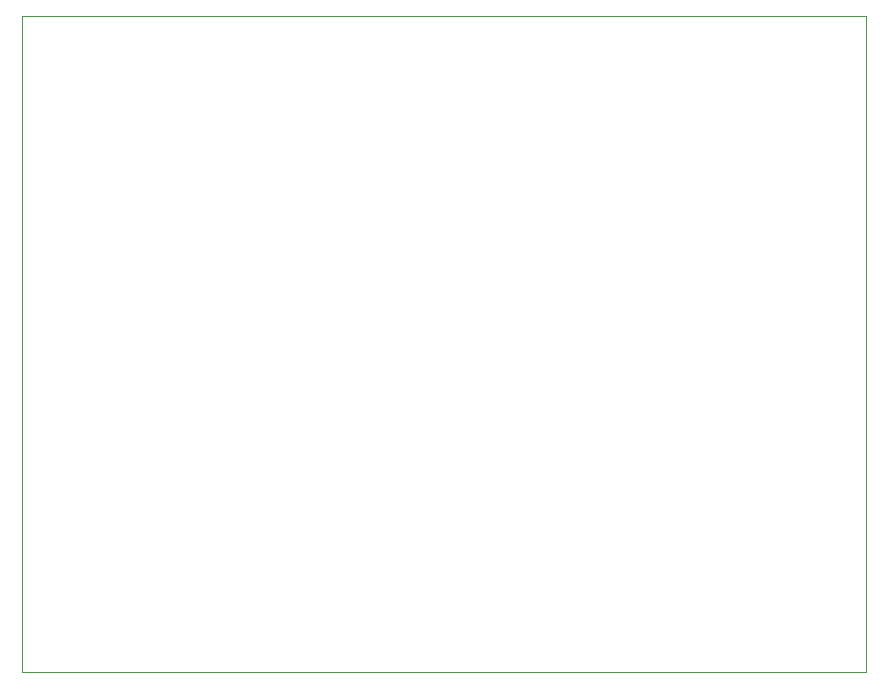
<source format=gbr>
G04 #@! TF.GenerationSoftware,KiCad,Pcbnew,(5.1.2)-2*
G04 #@! TF.CreationDate,2020-03-21T23:17:17-04:00*
G04 #@! TF.ProjectId,InfraRedGelUniversalDispenserV2,496e6672-6152-4656-9447-656c556e6976,R01*
G04 #@! TF.SameCoordinates,Original*
G04 #@! TF.FileFunction,Profile,NP*
%FSLAX46Y46*%
G04 Gerber Fmt 4.6, Leading zero omitted, Abs format (unit mm)*
G04 Created by KiCad (PCBNEW (5.1.2)-2) date 2020-03-21 23:17:17*
%MOMM*%
%LPD*%
G04 APERTURE LIST*
%ADD10C,0.100000*%
G04 APERTURE END LIST*
D10*
X175971200Y-119075200D02*
X104495600Y-119075200D01*
X175971200Y-63576200D02*
X175971200Y-119075200D01*
X104495600Y-63576200D02*
X175971200Y-63576200D01*
X104495600Y-119075200D02*
X104495600Y-63576200D01*
M02*

</source>
